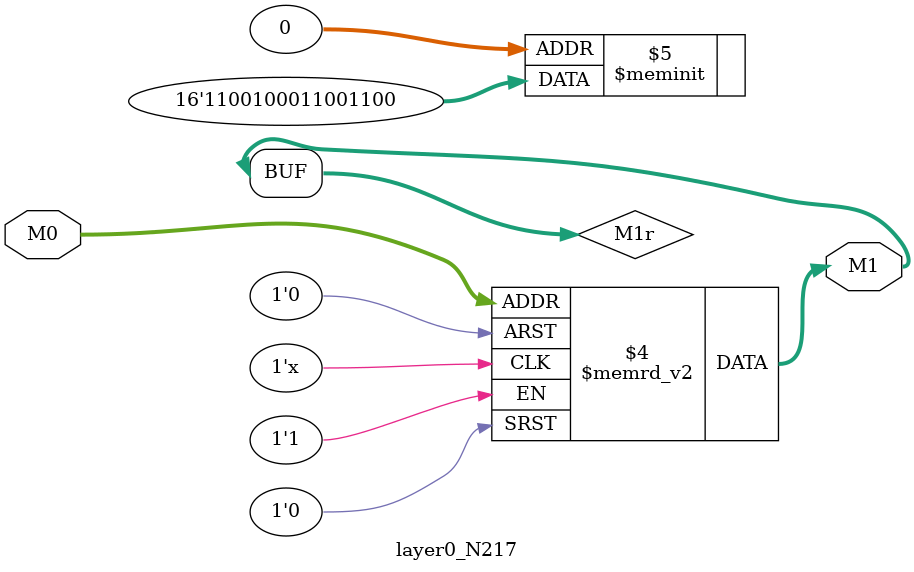
<source format=v>
module layer0_N217 ( input [2:0] M0, output [1:0] M1 );

	(*rom_style = "distributed" *) reg [1:0] M1r;
	assign M1 = M1r;
	always @ (M0) begin
		case (M0)
			3'b000: M1r = 2'b00;
			3'b100: M1r = 2'b00;
			3'b010: M1r = 2'b00;
			3'b110: M1r = 2'b00;
			3'b001: M1r = 2'b11;
			3'b101: M1r = 2'b10;
			3'b011: M1r = 2'b11;
			3'b111: M1r = 2'b11;

		endcase
	end
endmodule

</source>
